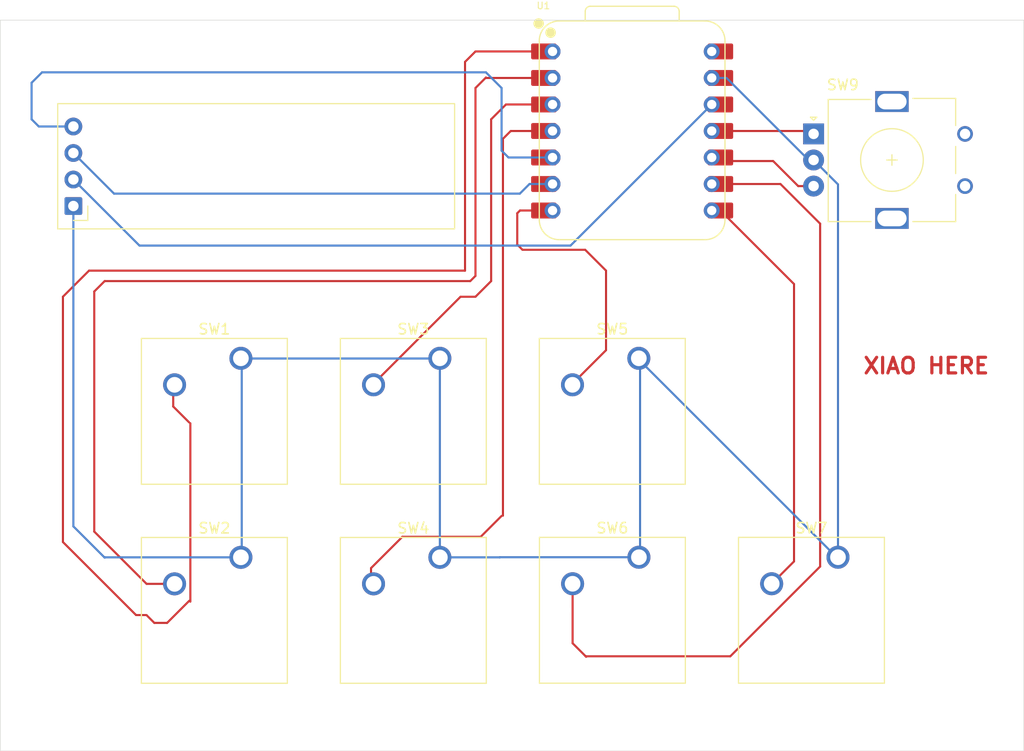
<source format=kicad_pcb>
(kicad_pcb (version 20241229) (generator "pcbnew") (generator_version "9.0")
  (layers (0 "F.Cu" signal) (2 "B.Cu" signal) (13 "F.Paste" user) (15 "B.Paste" user) (5 "F.SilkS" user "F.Silkscreen") (7 "B.SilkS" user "B.Silkscreen") (1 "F.Mask" user) (3 "B.Mask" user) (25 "Edge.Cuts" user))
  (net 0 "")
  (net 1 "GND")
  (net 2 "Net-(U1-GPIO26{slash}ADC0{slash}A0)")
  (net 3 "Net-(U1-GPIO27{slash}ADC1{slash}A1)")
  (net 4 "Net-(U1-GPIO28{slash}ADC2{slash}A2)")
  (net 5 "Net-(U1-GPIO29{slash}ADC3{slash}A3)")
  (net 6 "Net-(U1-GPIO6{slash}SDA)")
  (net 7 "Net-(U1-GPIO7{slash}SCL)")
  (net 8 "Net-(U1-GPIO0{slash}TX)")
  (net 9 "Net-(U1-GPIO1{slash}RX)")
  (net 10 "Net-(U1-GPIO4{slash}MISO)")
  (net 11 "Net-(U1-GPIO2{slash}SCK)")
  (net 12 "Net-(U1-GPIO3{slash}MOSI)")
  (net 13 "Net-(U1-3V3)")
  (net 14 "+5V")
  (footprint "Button_Switch_Keyboard:SW_Cherry_MX_1.00u_PCB" (layer "F.Cu") (at 96.59 53.4)
    (property "Reference" "SW3" (at -2.54 -2.794 0) (layer "F.SilkS"))
    (property "Value" "SW_Push")
    (fp_line (start -9.525 -1.905) (end 4.445 -1.905) (stroke (width 0.12)) (layer "F.SilkS"))
    (fp_line (start -9.525 12.065) (end -9.525 -1.905) (stroke (width 0.12)) (layer "F.SilkS"))
    (fp_line (start 4.445 -1.905) (end 4.445 12.065) (stroke (width 0.12)) (layer "F.SilkS"))
    (fp_line (start 4.445 12.065) (end -9.525 12.065) (stroke (width 0.12)) (layer "F.SilkS"))
    (pad "" np_thru_hole circle (at -7.62 5.08) (size 1.7 1.7) (drill 1.7) (layers "*.Cu" "*.Mask"))
    (pad "" np_thru_hole circle (at -2.54 5.08) (size 4 4) (drill 4) (layers "*.Cu" "*.Mask"))
    (pad "" np_thru_hole circle (at 2.54 5.08) (size 1.7 1.7) (drill 1.7) (layers "*.Cu" "*.Mask"))
    (pad "1" thru_hole circle (at 0 0) (size 2.2 2.2) (drill 1.5) (layers "*.Cu" "*.Mask") (net 1 "GND"))
    (pad "2" thru_hole circle (at -6.35 2.54) (size 2.2 2.2) (drill 1.5) (layers "*.Cu" "*.Mask") (net 4 "Net-(U1-GPIO28{slash}ADC2{slash}A2)"))
  )
  (footprint "Button_Switch_Keyboard:SW_Cherry_MX_1.00u_PCB" (layer "F.Cu") (at 115.65 72.46)
    (property "Reference" "SW6" (at -2.54 -2.794 0) (layer "F.SilkS"))
    (property "Value" "SW_Push")
    (fp_line (start -9.525 -1.905) (end 4.445 -1.905) (stroke (width 0.12)) (layer "F.SilkS"))
    (fp_line (start -9.525 12.065) (end -9.525 -1.905) (stroke (width 0.12)) (layer "F.SilkS"))
    (fp_line (start 4.445 -1.905) (end 4.445 12.065) (stroke (width 0.12)) (layer "F.SilkS"))
    (fp_line (start 4.445 12.065) (end -9.525 12.065) (stroke (width 0.12)) (layer "F.SilkS"))
    (pad "" np_thru_hole circle (at -7.62 5.08) (size 1.7 1.7) (drill 1.7) (layers "*.Cu" "*.Mask"))
    (pad "" np_thru_hole circle (at -2.54 5.08) (size 4 4) (drill 4) (layers "*.Cu" "*.Mask"))
    (pad "" np_thru_hole circle (at 2.54 5.08) (size 1.7 1.7) (drill 1.7) (layers "*.Cu" "*.Mask"))
    (pad "1" thru_hole circle (at 0 0) (size 2.2 2.2) (drill 1.5) (layers "*.Cu" "*.Mask") (net 1 "GND"))
    (pad "2" thru_hole circle (at -6.35 2.54) (size 2.2 2.2) (drill 1.5) (layers "*.Cu" "*.Mask") (net 11 "Net-(U1-GPIO2{slash}SCK)"))
  )
  (footprint "OPL Lib:XIAO-RP2040-DIP" (layer "F.Cu") (at 115 31.62)
    (property "Reference" "U1" (at -8.5 -12 0) (layer "F.SilkS") (effects (font (size 0.635 0.635) (thickness 0.1016))))
    (property "Value" "XIAO-RP2040-DIP" (hide yes))
    (fp_line (start -8.89 8.509) (end -8.89 -8.636) (stroke (width 0.127)) (layer "F.SilkS"))
    (fp_line (start -6.985 10.414) (end 6.985 10.414) (stroke (width 0.127)) (layer "F.SilkS"))
    (fp_line (start -4.495 -10.541) (end -4.491272 -11.451272) (stroke (width 0.127)) (layer "F.SilkS"))
    (fp_line (start -3.991272 -11.951) (end 4.004 -11.951) (stroke (width 0.127)) (layer "F.SilkS"))
    (fp_line (start 4.504 -11.451) (end 4.504 -10.541) (stroke (width 0.127)) (layer "F.SilkS"))
    (fp_line (start 6.985 -10.541) (end -6.985 -10.541) (stroke (width 0.1)) (layer "F.SilkS"))
    (fp_line (start 6.985 -10.541) (end -6.985 -10.541) (stroke (width 0.127)) (layer "F.SilkS"))
    (fp_line (start 8.89 8.509) (end 8.89 -8.636) (stroke (width 0.127)) (layer "F.SilkS"))
    (fp_arc (start -8.89 -8.636) (mid -8.332038 -9.983038) (end -6.985 -10.541) (stroke (width 0.127)) (layer "F.SilkS"))
    (fp_arc (start -6.985 10.414) (mid -8.332038 9.856038) (end -8.89 8.509) (stroke (width 0.127)) (layer "F.SilkS"))
    (fp_arc (start -4.491272 -11.451272) (mid -4.344728 -11.80464) (end -3.991272 -11.951) (stroke (width 0.127)) (layer "F.SilkS"))
    (fp_arc (start 4.004 -11.951) (mid 4.357553 -11.804553) (end 4.504 -11.451) (stroke (width 0.127)) (layer "F.SilkS"))
    (fp_arc (start 6.985 -10.541) (mid 8.332038 -9.983038) (end 8.89 -8.636) (stroke (width 0.127)) (layer "F.SilkS"))
    (fp_arc (start 8.89 8.509) (mid 8.332038 9.856038) (end 6.985 10.414) (stroke (width 0.127)) (layer "F.SilkS"))
    (fp_circle (center -8.95 -10.3) (end -8.95 -10.554) (stroke (width 0.5)) (fill yes) (layer "F.SilkS"))
    (fp_circle (center -7.807 -9.42) (end -7.807 -9.674) (stroke (width 0.5)) (fill yes) (layer "F.SilkS"))
    (pad "1" smd roundrect (at -8.455 -7.62 180) (size 2.432 1.524) (layers "F.Cu" "F.Mask") (roundrect_rratio 0.1) (net 2 "Net-(U1-GPIO26{slash}ADC0{slash}A0)"))
    (pad "1" thru_hole circle (at -7.62 -7.62 180) (size 1.524 1.524) (drill 0.889) (layers "*.Cu" "*.Mask") (net 2 "Net-(U1-GPIO26{slash}ADC0{slash}A0)"))
    (pad "2" smd roundrect (at -8.455 -5.08 180) (size 2.432 1.524) (layers "F.Cu" "F.Mask") (roundrect_rratio 0.1) (net 3 "Net-(U1-GPIO27{slash}ADC1{slash}A1)"))
    (pad "2" thru_hole circle (at -7.62 -5.08 180) (size 1.524 1.524) (drill 0.889) (layers "*.Cu" "*.Mask") (net 3 "Net-(U1-GPIO27{slash}ADC1{slash}A1)"))
    (pad "3" smd roundrect (at -8.455 -2.54 180) (size 2.432 1.524) (layers "F.Cu" "F.Mask") (roundrect_rratio 0.1) (net 4 "Net-(U1-GPIO28{slash}ADC2{slash}A2)"))
    (pad "3" thru_hole circle (at -7.62 -2.54 180) (size 1.524 1.524) (drill 0.889) (layers "*.Cu" "*.Mask") (net 4 "Net-(U1-GPIO28{slash}ADC2{slash}A2)"))
    (pad "4" smd roundrect (at -8.455 0 180) (size 2.432 1.524) (layers "F.Cu" "F.Mask") (roundrect_rratio 0.1) (net 5 "Net-(U1-GPIO29{slash}ADC3{slash}A3)"))
    (pad "4" thru_hole circle (at -7.62 0 180) (size 1.524 1.524) (drill 0.889) (layers "*.Cu" "*.Mask") (net 5 "Net-(U1-GPIO29{slash}ADC3{slash}A3)"))
    (pad "5" smd roundrect (at -8.455 2.54 180) (size 2.432 1.524) (layers "F.Cu" "F.Mask") (roundrect_rratio 0.1) (net 6 "Net-(U1-GPIO6{slash}SDA)"))
    (pad "5" thru_hole circle (at -7.62 2.54 180) (size 1.524 1.524) (drill 0.889) (layers "*.Cu" "*.Mask") (net 6 "Net-(U1-GPIO6{slash}SDA)"))
    (pad "6" smd roundrect (at -8.455 5.08 180) (size 2.432 1.524) (layers "F.Cu" "F.Mask") (roundrect_rratio 0.1) (net 7 "Net-(U1-GPIO7{slash}SCL)"))
    (pad "6" thru_hole circle (at -7.62 5.08 180) (size 1.524 1.524) (drill 0.889) (layers "*.Cu" "*.Mask") (net 7 "Net-(U1-GPIO7{slash}SCL)"))
    (pad "7" smd roundrect (at -8.455 7.62 180) (size 2.432 1.524) (layers "F.Cu" "F.Mask") (roundrect_rratio 0.1) (net 8 "Net-(U1-GPIO0{slash}TX)"))
    (pad "7" thru_hole circle (at -7.62 7.62 180) (size 1.524 1.524) (drill 0.889) (layers "*.Cu" "*.Mask") (net 8 "Net-(U1-GPIO0{slash}TX)"))
    (pad "8" thru_hole circle (at 7.62 7.62) (size 1.524 1.524) (drill 0.889) (layers "*.Cu" "*.Mask") (net 9 "Net-(U1-GPIO1{slash}RX)"))
    (pad "8" smd roundrect (at 8.455 7.62) (size 2.432 1.524) (layers "F.Cu" "F.Mask") (roundrect_rratio 0.1) (net 9 "Net-(U1-GPIO1{slash}RX)"))
    (pad "9" thru_hole circle (at 7.62 5.08) (size 1.524 1.524) (drill 0.889) (layers "*.Cu" "*.Mask") (net 11 "Net-(U1-GPIO2{slash}SCK)"))
    (pad "9" smd roundrect (at 8.455 5.08) (size 2.432 1.524) (layers "F.Cu" "F.Mask") (roundrect_rratio 0.1) (net 11 "Net-(U1-GPIO2{slash}SCK)"))
    (pad "10" thru_hole circle (at 7.62 2.54) (size 1.524 1.524) (drill 0.889) (layers "*.Cu" "*.Mask") (net 10 "Net-(U1-GPIO4{slash}MISO)"))
    (pad "10" smd roundrect (at 8.455 2.54) (size 2.432 1.524) (layers "F.Cu" "F.Mask") (roundrect_rratio 0.1) (net 10 "Net-(U1-GPIO4{slash}MISO)"))
    (pad "11" thru_hole circle (at 7.62 0) (size 1.524 1.524) (drill 0.889) (layers "*.Cu" "*.Mask") (net 12 "Net-(U1-GPIO3{slash}MOSI)"))
    (pad "11" smd roundrect (at 8.455 0) (size 2.432 1.524) (layers "F.Cu" "F.Mask") (roundrect_rratio 0.1) (net 12 "Net-(U1-GPIO3{slash}MOSI)"))
    (pad "12" thru_hole circle (at 7.62 -2.54) (size 1.524 1.524) (drill 0.889) (layers "*.Cu" "*.Mask") (net 13 "Net-(U1-3V3)"))
    (pad "12" smd roundrect (at 8.455 -2.54) (size 2.432 1.524) (layers "F.Cu" "F.Mask") (roundrect_rratio 0.1) (net 13 "Net-(U1-3V3)"))
    (pad "13" thru_hole circle (at 7.62 -5.08) (size 1.524 1.524) (drill 0.889) (layers "*.Cu" "*.Mask") (net 1 "GND"))
    (pad "13" smd roundrect (at 8.455 -5.08) (size 2.432 1.524) (layers "F.Cu" "F.Mask") (roundrect_rratio 0.1) (net 1 "GND"))
    (pad "14" thru_hole circle (at 7.62 -7.62) (size 1.524 1.524) (drill 0.889) (layers "*.Cu" "*.Mask") (net 14 "+5V"))
    (pad "14" smd roundrect (at 8.455 -7.62) (size 2.432 1.524) (layers "F.Cu" "F.Mask") (roundrect_rratio 0.1) (net 14 "+5V"))
  )
  (footprint "Button_Switch_Keyboard:SW_Cherry_MX_1.00u_PCB" (layer "F.Cu") (at 77.54 72.47)
    (property "Reference" "SW2" (at -2.54 -2.794 0) (layer "F.SilkS"))
    (property "Value" "SW_Push")
    (fp_line (start -9.525 -1.905) (end 4.445 -1.905) (stroke (width 0.12)) (layer "F.SilkS"))
    (fp_line (start -9.525 12.065) (end -9.525 -1.905) (stroke (width 0.12)) (layer "F.SilkS"))
    (fp_line (start 4.445 -1.905) (end 4.445 12.065) (stroke (width 0.12)) (layer "F.SilkS"))
    (fp_line (start 4.445 12.065) (end -9.525 12.065) (stroke (width 0.12)) (layer "F.SilkS"))
    (pad "" np_thru_hole circle (at -7.62 5.08) (size 1.7 1.7) (drill 1.7) (layers "*.Cu" "*.Mask"))
    (pad "" np_thru_hole circle (at -2.54 5.08) (size 4 4) (drill 4) (layers "*.Cu" "*.Mask"))
    (pad "" np_thru_hole circle (at 2.54 5.08) (size 1.7 1.7) (drill 1.7) (layers "*.Cu" "*.Mask"))
    (pad "1" thru_hole circle (at 0 0) (size 2.2 2.2) (drill 1.5) (layers "*.Cu" "*.Mask") (net 1 "GND"))
    (pad "2" thru_hole circle (at -6.35 2.54) (size 2.2 2.2) (drill 1.5) (layers "*.Cu" "*.Mask") (net 3 "Net-(U1-GPIO27{slash}ADC1{slash}A1)"))
  )
  (footprint "Button_Switch_Keyboard:SW_Cherry_MX_1.00u_PCB" (layer "F.Cu") (at 96.59 72.47)
    (property "Reference" "SW4" (at -2.54 -2.794 0) (layer "F.SilkS"))
    (property "Value" "SW_Push")
    (fp_line (start -9.525 -1.905) (end 4.445 -1.905) (stroke (width 0.12)) (layer "F.SilkS"))
    (fp_line (start -9.525 12.065) (end -9.525 -1.905) (stroke (width 0.12)) (layer "F.SilkS"))
    (fp_line (start 4.445 -1.905) (end 4.445 12.065) (stroke (width 0.12)) (layer "F.SilkS"))
    (fp_line (start 4.445 12.065) (end -9.525 12.065) (stroke (width 0.12)) (layer "F.SilkS"))
    (pad "" np_thru_hole circle (at -7.62 5.08) (size 1.7 1.7) (drill 1.7) (layers "*.Cu" "*.Mask"))
    (pad "" np_thru_hole circle (at -2.54 5.08) (size 4 4) (drill 4) (layers "*.Cu" "*.Mask"))
    (pad "" np_thru_hole circle (at 2.54 5.08) (size 1.7 1.7) (drill 1.7) (layers "*.Cu" "*.Mask"))
    (pad "1" thru_hole circle (at 0 0) (size 2.2 2.2) (drill 1.5) (layers "*.Cu" "*.Mask") (net 1 "GND"))
    (pad "2" thru_hole circle (at -6.35 2.54) (size 2.2 2.2) (drill 1.5) (layers "*.Cu" "*.Mask") (net 5 "Net-(U1-GPIO29{slash}ADC3{slash}A3)"))
  )
  (footprint "Button_Switch_Keyboard:SW_Cherry_MX_1.00u_PCB" (layer "F.Cu") (at 115.64 53.4)
    (property "Reference" "SW5" (at -2.54 -2.794 0) (layer "F.SilkS"))
    (property "Value" "SW_Push")
    (fp_line (start -9.525 -1.905) (end 4.445 -1.905) (stroke (width 0.12)) (layer "F.SilkS"))
    (fp_line (start -9.525 12.065) (end -9.525 -1.905) (stroke (width 0.12)) (layer "F.SilkS"))
    (fp_line (start 4.445 -1.905) (end 4.445 12.065) (stroke (width 0.12)) (layer "F.SilkS"))
    (fp_line (start 4.445 12.065) (end -9.525 12.065) (stroke (width 0.12)) (layer "F.SilkS"))
    (pad "" np_thru_hole circle (at -7.62 5.08) (size 1.7 1.7) (drill 1.7) (layers "*.Cu" "*.Mask"))
    (pad "" np_thru_hole circle (at -2.54 5.08) (size 4 4) (drill 4) (layers "*.Cu" "*.Mask"))
    (pad "" np_thru_hole circle (at 2.54 5.08) (size 1.7 1.7) (drill 1.7) (layers "*.Cu" "*.Mask"))
    (pad "1" thru_hole circle (at 0 0) (size 2.2 2.2) (drill 1.5) (layers "*.Cu" "*.Mask") (net 1 "GND"))
    (pad "2" thru_hole circle (at -6.35 2.54) (size 2.2 2.2) (drill 1.5) (layers "*.Cu" "*.Mask") (net 8 "Net-(U1-GPIO0{slash}TX)"))
  )
  (footprint "Hackclub Footprints:OLED_0.91_128x32" (layer "F.Cu") (at 61.5 38.81 90)
    (property "Reference" "U2" (hide yes))
    (property "Value" "OLED_0.91_128x32")
    (fp_line (start -1.38 0) (end -1.38 1.38) (stroke (width 0.12)) (layer "F.SilkS"))
    (fp_line (start 0 1.38) (end -1.38 1.38) (stroke (width 0.12)) (layer "F.SilkS"))
    (fp_rect (start -2.19 -1.5) (end 9.81 36.5) (stroke (width 0.12)) (fill no) (layer "F.SilkS"))
    (pad "1" thru_hole roundrect (at 0 0 90) (size 1.7 1.7) (drill 1) (layers "*.Cu" "*.Mask") (roundrect_rratio 0.1) (net 1 "GND"))
    (pad "2" thru_hole circle (at 2.54 0 90) (size 1.7 1.7) (drill 1) (layers "*.Cu" "*.Mask") (net 13 "Net-(U1-3V3)"))
    (pad "3" thru_hole circle (at 5.08 0 90) (size 1.7 1.7) (drill 1) (layers "*.Cu" "*.Mask") (net 7 "Net-(U1-GPIO7{slash}SCL)"))
    (pad "4" thru_hole circle (at 7.62 0 90) (size 1.7 1.7) (drill 1) (layers "*.Cu" "*.Mask") (net 6 "Net-(U1-GPIO6{slash}SDA)"))
  )
  (footprint "Button_Switch_Keyboard:SW_Cherry_MX_1.00u_PCB" (layer "F.Cu") (at 134.71 72.46)
    (property "Reference" "SW7" (at -2.54 -2.794 0) (layer "F.SilkS"))
    (property "Value" "SW_Push")
    (fp_line (start -9.525 -1.905) (end 4.445 -1.905) (stroke (width 0.12)) (layer "F.SilkS"))
    (fp_line (start -9.525 12.065) (end -9.525 -1.905) (stroke (width 0.12)) (layer "F.SilkS"))
    (fp_line (start 4.445 -1.905) (end 4.445 12.065) (stroke (width 0.12)) (layer "F.SilkS"))
    (fp_line (start 4.445 12.065) (end -9.525 12.065) (stroke (width 0.12)) (layer "F.SilkS"))
    (pad "" np_thru_hole circle (at -7.62 5.08) (size 1.7 1.7) (drill 1.7) (layers "*.Cu" "*.Mask"))
    (pad "" np_thru_hole circle (at -2.54 5.08) (size 4 4) (drill 4) (layers "*.Cu" "*.Mask"))
    (pad "" np_thru_hole circle (at 2.54 5.08) (size 1.7 1.7) (drill 1.7) (layers "*.Cu" "*.Mask"))
    (pad "1" thru_hole circle (at 0 0) (size 2.2 2.2) (drill 1.5) (layers "*.Cu" "*.Mask") (net 1 "GND"))
    (pad "2" thru_hole circle (at -6.35 2.54) (size 2.2 2.2) (drill 1.5) (layers "*.Cu" "*.Mask") (net 9 "Net-(U1-GPIO1{slash}RX)"))
  )
  (footprint "Rotary_Encoder:RotaryEncoder_Alps_EC11E_Vertical_H20mm" (layer "F.Cu") (at 132.375 31.9)
    (property "Reference" "SW9" (at 2.8 -4.7 0) (layer "F.SilkS"))
    (property "Value" "RotaryEncoder")
    (fp_line (start -0.3 -1.6) (end 0.3 -1.6) (stroke (width 0.12)) (layer "F.SilkS"))
    (fp_line (start 0 -1.3) (end -0.3 -1.6) (stroke (width 0.12)) (layer "F.SilkS"))
    (fp_line (start 0.3 -1.6) (end 0 -1.3) (stroke (width 0.12)) (layer "F.SilkS"))
    (fp_line (start 1.4 -3.3) (end 1.4 8.4) (stroke (width 0.12)) (layer "F.SilkS"))
    (fp_line (start 5.5 -3.3) (end 1.4 -3.3) (stroke (width 0.12)) (layer "F.SilkS"))
    (fp_line (start 5.5 8.4) (end 1.4 8.4) (stroke (width 0.12)) (layer "F.SilkS"))
    (fp_line (start 7 2.5) (end 8 2.5) (stroke (width 0.12)) (layer "F.SilkS"))
    (fp_line (start 7.5 2) (end 7.5 3) (stroke (width 0.12)) (layer "F.SilkS"))
    (fp_line (start 9.5 -3.4) (end 13.6 -3.4) (stroke (width 0.12)) (layer "F.SilkS"))
    (fp_line (start 13.6 -3.4) (end 13.6 -0.8) (stroke (width 0.12)) (layer "F.SilkS"))
    (fp_line (start 13.6 1.2) (end 13.6 3.8) (stroke (width 0.12)) (layer "F.SilkS"))
    (fp_line (start 13.6 5.8) (end 13.6 8.4) (stroke (width 0.12)) (layer "F.SilkS"))
    (fp_line (start 13.6 8.4) (end 9.5 8.4) (stroke (width 0.12)) (layer "F.SilkS"))
    (fp_circle (center 7.5 2.5) (end 10.5 2.5) (stroke (width 0.12)) (fill no) (layer "F.SilkS"))
    (pad "" thru_hole circle (at 14.5 0) (size 1.5 1.5) (drill 1) (layers "*.Cu" "*.Mask"))
    (pad "" thru_hole circle (at 14.5 5) (size 1.5 1.5) (drill 1) (layers "*.Cu" "*.Mask"))
    (pad "A" thru_hole rect (at 0 0) (size 2 2) (drill 1) (layers "*.Cu" "*.Mask") (net 12 "Net-(U1-GPIO3{slash}MOSI)"))
    (pad "B" thru_hole circle (at 0 5) (size 2 2) (drill 1) (layers "*.Cu" "*.Mask") (net 10 "Net-(U1-GPIO4{slash}MISO)"))
    (pad "C" thru_hole circle (at 0 2.5) (size 2 2) (drill 1) (layers "*.Cu" "*.Mask") (net 1 "GND"))
    (pad "MP" thru_hole rect (at 7.5 -3.1) (size 3.2 2) (drill oval 2.8 1.5) (layers "*.Cu" "*.Mask"))
    (pad "MP" thru_hole rect (at 7.5 8.1) (size 3.2 2) (drill oval 2.8 1.5) (layers "*.Cu" "*.Mask"))
  )
  (footprint "Button_Switch_Keyboard:SW_Cherry_MX_1.00u_PCB" (layer "F.Cu") (at 77.54 53.4)
    (property "Reference" "SW1" (at -2.54 -2.794 0) (layer "F.SilkS"))
    (property "Value" "SW_Push")
    (fp_line (start -9.525 -1.905) (end 4.445 -1.905) (stroke (width 0.12)) (layer "F.SilkS"))
    (fp_line (start -9.525 12.065) (end -9.525 -1.905) (stroke (width 0.12)) (layer "F.SilkS"))
    (fp_line (start 4.445 -1.905) (end 4.445 12.065) (stroke (width 0.12)) (layer "F.SilkS"))
    (fp_line (start 4.445 12.065) (end -9.525 12.065) (stroke (width 0.12)) (layer "F.SilkS"))
    (pad "" np_thru_hole circle (at -7.62 5.08) (size 1.7 1.7) (drill 1.7) (layers "*.Cu" "*.Mask"))
    (pad "" np_thru_hole circle (at -2.54 5.08) (size 4 4) (drill 4) (layers "*.Cu" "*.Mask"))
    (pad "" np_thru_hole circle (at 2.54 5.08) (size 1.7 1.7) (drill 1.7) (layers "*.Cu" "*.Mask"))
    (pad "1" thru_hole circle (at 0 0) (size 2.2 2.2) (drill 1.5) (layers "*.Cu" "*.Mask") (net 1 "GND"))
    (pad "2" thru_hole circle (at -6.35 2.54) (size 2.2 2.2) (drill 1.5) (layers "*.Cu" "*.Mask") (net 2 "Net-(U1-GPIO26{slash}ADC0{slash}A0)"))
  )
  (gr_rect (start 54.5 21) (end 152.5 91) (stroke (width 0.05)) (fill no) (layer "Edge.Cuts"))
  (gr_text "XIAO HERE" (at 137 55 0) (layer "F.Cu") (effects (font (size 1.5 1.5) (thickness 0.3) (bold yes)) (justify left bottom)))
  (segment (start 134.71 72.46) (end 134.71 36.735) (width 0.2) (layer "B.Cu") (net 1))
  (segment (start 115.619 53.5) (end 134.659 72.54) (width 0.2) (layer "B.Cu") (net 1))
  (segment (start 96.59 53.4) (end 96.59 72.32) (width 0.2) (layer "B.Cu") (net 1))
  (segment (start 115.65 53.56) (end 115.51 53.42) (width 0.2) (layer "B.Cu") (net 1))
  (segment (start 134.71 36.735) (end 132.375 34.4) (width 0.2) (layer "B.Cu") (net 1))
  (segment (start 131.9 34.4) (end 124.04 26.54) (width 0.2) (layer "B.Cu") (net 1))
  (segment (start 77.62 72.45) (end 77.62 53.53) (width 0.2) (layer "B.Cu") (net 1))
  (segment (start 124.04 26.54) (end 122.62 26.54) (width 0.2) (layer "B.Cu") (net 1))
  (segment (start 64.47 72.47) (end 77.54 72.47) (width 0.2) (layer "B.Cu") (net 1))
  (segment (start 96.46 72.34) (end 96.59 72.47) (width 0.2) (layer "B.Cu") (net 1))
  (segment (start 64.5 72.5) (end 64.53 72.47) (width 0.2) (layer "B.Cu") (net 1))
  (segment (start 132.375 34.4) (end 131.9 34.4) (width 0.2) (layer "B.Cu") (net 1))
  (segment (start 61.5 38.81) (end 61.5 69.5) (width 0.2) (layer "B.Cu") (net 1))
  (segment (start 134.55 72.46) (end 134.71 72.46) (width 0.2) (layer "B.Cu") (net 1))
  (segment (start 61.5 69.5) (end 64.47 72.47) (width 0.2) (layer "B.Cu") (net 1))
  (segment (start 115.759 72.54) (end 115.759 53.64) (width 0.2) (layer "B.Cu") (net 1))
  (segment (start 102.334816 72.46) (end 115.65 72.46) (width 0.2) (layer "B.Cu") (net 1))
  (segment (start 77.41 53.42) (end 96.46 53.42) (width 0.2) (layer "B.Cu") (net 1))
  (segment (start 96.59 72.47) (end 102.324816 72.47) (width 0.2) (layer "B.Cu") (net 1))
  (segment (start 77.54 53.55) (end 77.41 53.42) (width 0.2) (layer "B.Cu") (net 1))
  (segment (start 102.324816 72.47) (end 102.334816 72.46) (width 0.2) (layer "B.Cu") (net 1))
  (segment (start 70.474184 78.751) (end 72.591 76.634184) (width 0.2) (layer "F.Cu") (net 2))
  (segment (start 100 24) (end 99 25) (width 0.2) (layer "F.Cu") (net 2))
  (segment (start 63 45) (end 60.5 47.5) (width 0.2) (layer "F.Cu") (net 2))
  (segment (start 67.5 78) (end 68.5 78) (width 0.2) (layer "F.Cu") (net 2))
  (segment (start 68.5 78) (end 69.251 78.751) (width 0.2) (layer "F.Cu") (net 2))
  (segment (start 107.38 24) (end 100 24) (width 0.2) (layer "F.Cu") (net 2))
  (segment (start 99 25) (end 99 45) (width 0.2) (layer "F.Cu") (net 2))
  (segment (start 72.7 76.714184) (end 72.7 59.625816) (width 0.2) (layer "F.Cu") (net 2))
  (segment (start 71.06 58.014816) (end 71.06 55.96) (width 0.2) (layer "F.Cu") (net 2))
  (segment (start 72.591 59.545816) (end 71.06 58.014816) (width 0.2) (layer "F.Cu") (net 2))
  (segment (start 60.5 47.5) (end 60.5 71) (width 0.2) (layer "F.Cu") (net 2))
  (segment (start 69.251 78.751) (end 70.474184 78.751) (width 0.2) (layer "F.Cu") (net 2))
  (segment (start 99 45) (end 63 45) (width 0.2) (layer "F.Cu") (net 2))
  (segment (start 60.5 71) (end 67.5 78) (width 0.2) (layer "F.Cu") (net 2))
  (segment (start 71.19 75.01) (end 68.51 75.01) (width 0.2) (layer "F.Cu") (net 3))
  (segment (start 101 26.5) (end 101.04 26.54) (width 0.2) (layer "F.Cu") (net 3))
  (segment (start 64.5 46) (end 99.5 46) (width 0.2) (layer "F.Cu") (net 3))
  (segment (start 99.5 46) (end 100 45.5) (width 0.2) (layer "F.Cu") (net 3))
  (segment (start 100 45.5) (end 100 27.5) (width 0.2) (layer "F.Cu") (net 3))
  (segment (start 101.04 26.54) (end 107.38 26.54) (width 0.2) (layer "F.Cu") (net 3))
  (segment (start 68.51 75.01) (end 63.5 70) (width 0.2) (layer "F.Cu") (net 3))
  (segment (start 100 27.5) (end 101 26.5) (width 0.2) (layer "F.Cu") (net 3))
  (segment (start 63.5 47) (end 64.5 46) (width 0.2) (layer "F.Cu") (net 3))
  (segment (start 63.5 70) (end 63.5 47) (width 0.2) (layer "F.Cu") (net 3))
  (segment (start 101.5 46) (end 100 47.5) (width 0.2) (layer "F.Cu") (net 4))
  (segment (start 101.5 46) (end 101.5 30.5) (width 0.2) (layer "F.Cu") (net 4))
  (segment (start 100 47.5) (end 98.57 47.5) (width 0.2) (layer "F.Cu") (net 4))
  (segment (start 98.57 47.5) (end 90.11 55.96) (width 0.2) (layer "F.Cu") (net 4))
  (segment (start 102.92 29.08) (end 107.38 29.08) (width 0.2) (layer "F.Cu") (net 4))
  (segment (start 101.5 30.5) (end 102.92 29.08) (width 0.2) (layer "F.Cu") (net 4))
  (segment (start 107.38 31.62) (end 103.38 31.62) (width 0.2) (layer "F.Cu") (net 5))
  (segment (start 103.38 31.62) (end 102.5 32.5) (width 0.2) (layer "F.Cu") (net 5))
  (segment (start 100.5 70.5) (end 93 70.5) (width 0.2) (layer "F.Cu") (net 5))
  (segment (start 102.5 68.5) (end 100.5 70.5) (width 0.2) (layer "F.Cu") (net 5))
  (segment (start 90 73.5) (end 90 74.77) (width 0.2) (layer "F.Cu") (net 5))
  (segment (start 102.63 32.48) (end 102.63 68.48) (width 0.2) (layer "F.Cu") (net 5))
  (segment (start 90 74.77) (end 90.24 75.01) (width 0.2) (layer "F.Cu") (net 5))
  (segment (start 93 70.5) (end 90 73.5) (width 0.2) (layer "F.Cu") (net 5))
  (segment (start 57.5 27) (end 58.5 26) (width 0.2) (layer "B.Cu") (net 6))
  (segment (start 61.5 31.19) (end 58.19 31.19) (width 0.2) (layer "B.Cu") (net 6))
  (segment (start 57.5 30.5) (end 57.5 27) (width 0.2) (layer "B.Cu") (net 6))
  (segment (start 58.5 26) (end 101 26) (width 0.2) (layer "B.Cu") (net 6))
  (segment (start 102.5 27.5) (end 102.5 33.5) (width 0.2) (layer "B.Cu") (net 6))
  (segment (start 103.16 34.16) (end 107.38 34.16) (width 0.2) (layer "B.Cu") (net 6))
  (segment (start 102.5 33.5) (end 103.16 34.16) (width 0.2) (layer "B.Cu") (net 6))
  (segment (start 101 26) (end 102.5 27.5) (width 0.2) (layer "B.Cu") (net 6))
  (segment (start 58.19 31.19) (end 57.5 30.5) (width 0.2) (layer "B.Cu") (net 6))
  (segment (start 104.25 37.62) (end 105.17 36.7) (width 0.2) (layer "B.Cu") (net 7))
  (segment (start 65.39 37.62) (end 104.25 37.62) (width 0.2) (layer "B.Cu") (net 7))
  (segment (start 61.5 33.73) (end 65.39 37.62) (width 0.2) (layer "B.Cu") (net 7))
  (segment (start 105.17 36.7) (end 107.38 36.7) (width 0.2) (layer "B.Cu") (net 7))
  (segment (start 110.5 43) (end 104.5 43) (width 0.2) (layer "F.Cu") (net 8))
  (segment (start 104 42.5) (end 104 39.5) (width 0.2) (layer "F.Cu") (net 8))
  (segment (start 104.5 43) (end 104 42.5) (width 0.2) (layer "F.Cu") (net 8))
  (segment (start 112.5 45) (end 110.5 43) (width 0.2) (layer "F.Cu") (net 8))
  (segment (start 104.26 39.24) (end 106.545 39.24) (width 0.2) (layer "F.Cu") (net 8))
  (segment (start 112.5 52.62) (end 112.5 45) (width 0.2) (layer "F.Cu") (net 8))
  (segment (start 104 39.5) (end 104.26 39.24) (width 0.2) (layer "F.Cu") (net 8))
  (segment (start 109.16 55.96) (end 112.5 52.62) (width 0.2) (layer "F.Cu") (net 8))
  (segment (start 130.5 72.86) (end 130.5 46.285) (width 0.2) (layer "F.Cu") (net 9))
  (segment (start 128.36 75) (end 130.5 72.86) (width 0.2) (layer "F.Cu") (net 9))
  (segment (start 130.5 46.285) (end 123.455 39.24) (width 0.2) (layer "F.Cu") (net 9))
  (segment (start 122.62 34.16) (end 122.96 34.5) (width 0.2) (layer "F.Cu") (net 10))
  (segment (start 122.96 34.5) (end 128.5 34.5) (width 0.2) (layer "F.Cu") (net 10))
  (segment (start 128.5 34.5) (end 130.9 36.9) (width 0.2) (layer "F.Cu") (net 10))
  (segment (start 130.9 36.9) (end 132.375 36.9) (width 0.2) (layer "F.Cu") (net 10))
  (segment (start 109.3 80.7) (end 110.55 81.95) (width 0.2) (layer "F.Cu") (net 11))
  (segment (start 109.3 75) (end 109.3 80.7) (width 0.2) (layer "F.Cu") (net 11))
  (segment (start 110.55 81.95) (end 110.6 82) (width 0.2) (layer "F.Cu") (net 11))
  (segment (start 110.55 81.95) (end 124.399314 81.95) (width 0.2) (layer "F.Cu") (net 11))
  (segment (start 133 73.349314) (end 133 40.5) (width 0.2) (layer "F.Cu") (net 11))
  (segment (start 129.2 36.7) (end 123.455 36.7) (width 0.2) (layer "F.Cu") (net 11))
  (segment (start 124.399314 81.95) (end 133 73.349314) (width 0.2) (layer "F.Cu") (net 11))
  (segment (start 133 40.5) (end 129.2 36.7) (width 0.2) (layer "F.Cu") (net 11))
  (segment (start 122.62 31.62) (end 132.095 31.62) (width 0.2) (layer "F.Cu") (net 12))
  (segment (start 132.095 31.62) (end 132.375 31.9) (width 0.2) (layer "F.Cu") (net 12))
  (segment (start 67.829 42.599) (end 109.101 42.599) (width 0.2) (layer "B.Cu") (net 13))
  (segment (start 109.101 42.599) (end 122.62 29.08) (width 0.2) (layer "B.Cu") (net 13))
  (segment (start 61.5 36.27) (end 67.829 42.599) (width 0.2) (layer "B.Cu") (net 13))
)
</source>
